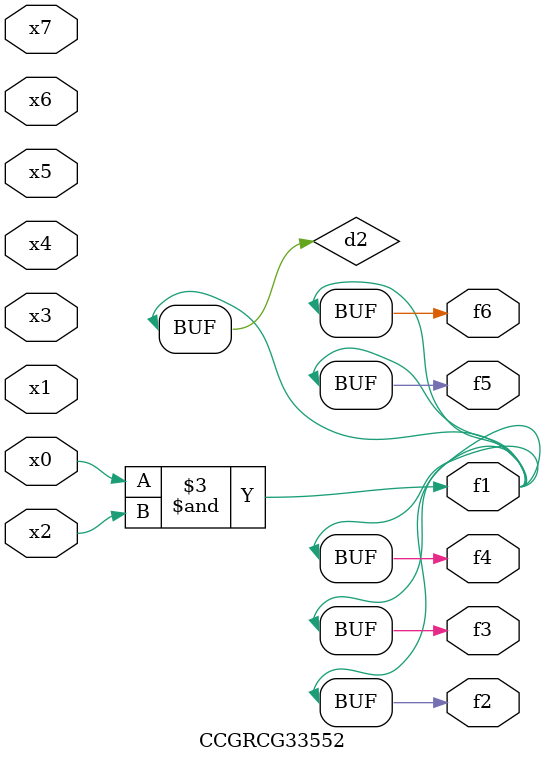
<source format=v>
module CCGRCG33552(
	input x0, x1, x2, x3, x4, x5, x6, x7,
	output f1, f2, f3, f4, f5, f6
);

	wire d1, d2;

	nor (d1, x3, x6);
	and (d2, x0, x2);
	assign f1 = d2;
	assign f2 = d2;
	assign f3 = d2;
	assign f4 = d2;
	assign f5 = d2;
	assign f6 = d2;
endmodule

</source>
